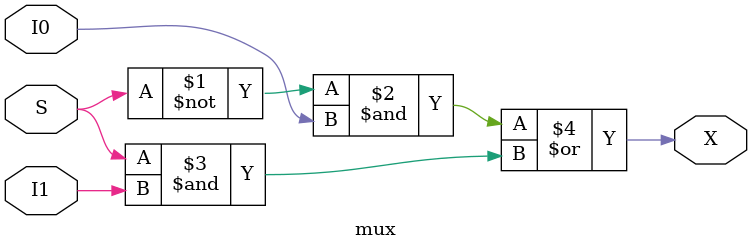
<source format=v>
module mux(I0,I1,S,X);

input I0,I1;
input S;
output X;

assign X = ((~S)&I0)|(S&I1);

endmodule 
</source>
